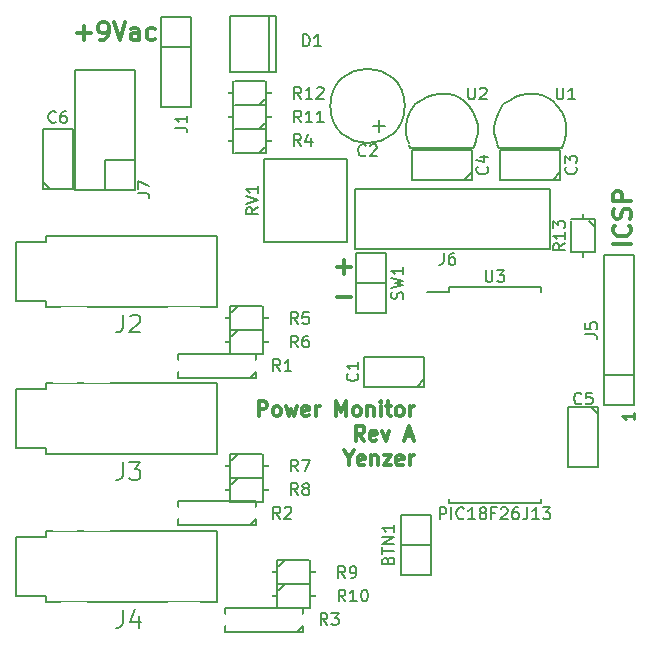
<source format=gto>
%TF.GenerationSoftware,KiCad,Pcbnew,(2015-06-24 BZR 5814, Git a8bffb8)-product*%
%TF.CreationDate,2015-07-05T17:44:44-06:00*%
%TF.JobID,Power Monitor,506F776572204D6F6E69746F722E6B69,rev?*%
%TF.FileFunction,Legend,Top*%
%FSLAX46Y46*%
G04 Gerber Fmt 4.6, Leading zero omitted, Abs format (unit mm)*
G04 Created by KiCad (PCBNEW (2015-06-24 BZR 5814, Git a8bffb8)-product) date 7/5/2015 5:44:44 PM*
%MOMM*%
G01*
G04 APERTURE LIST*
%ADD10C,0.100000*%
%ADD11C,0.254000*%
%ADD12C,0.300000*%
%ADD13C,0.150000*%
%ADD14C,3.000000*%
%ADD15R,1.727200X1.727200*%
%ADD16O,1.727200X1.727200*%
%ADD17R,1.400000X0.800000*%
%ADD18R,0.939800X0.939800*%
%ADD19C,0.939800*%
%ADD20C,1.397000*%
%ADD21C,1.600000*%
%ADD22R,2.200000X2.100000*%
%ADD23R,2.700000X2.100000*%
%ADD24R,2.000000X2.100000*%
%ADD25R,2.600000X2.700000*%
%ADD26C,1.501140*%
%ADD27R,2.032000X1.727200*%
%ADD28O,2.032000X1.727200*%
%ADD29O,0.899160X1.501140*%
%ADD30R,2.032000X2.032000*%
%ADD31O,2.032000X2.032000*%
%ADD32R,2.000000X0.600000*%
G04 APERTURE END LIST*
D10*
D11*
X165305619Y-94959714D02*
X165305619Y-95540285D01*
X165305619Y-95249999D02*
X164289619Y-95249999D01*
X164434762Y-95346761D01*
X164531524Y-95443523D01*
X164579905Y-95540285D01*
D12*
X165016571Y-80700285D02*
X163516571Y-80700285D01*
X164873714Y-79128856D02*
X164945143Y-79200285D01*
X165016571Y-79414571D01*
X165016571Y-79557428D01*
X164945143Y-79771713D01*
X164802286Y-79914571D01*
X164659429Y-79985999D01*
X164373714Y-80057428D01*
X164159429Y-80057428D01*
X163873714Y-79985999D01*
X163730857Y-79914571D01*
X163588000Y-79771713D01*
X163516571Y-79557428D01*
X163516571Y-79414571D01*
X163588000Y-79200285D01*
X163659429Y-79128856D01*
X164945143Y-78557428D02*
X165016571Y-78343142D01*
X165016571Y-77985999D01*
X164945143Y-77843142D01*
X164873714Y-77771713D01*
X164730857Y-77700285D01*
X164588000Y-77700285D01*
X164445143Y-77771713D01*
X164373714Y-77843142D01*
X164302286Y-77985999D01*
X164230857Y-78271713D01*
X164159429Y-78414571D01*
X164088000Y-78485999D01*
X163945143Y-78557428D01*
X163802286Y-78557428D01*
X163659429Y-78485999D01*
X163588000Y-78414571D01*
X163516571Y-78271713D01*
X163516571Y-77914571D01*
X163588000Y-77700285D01*
X165016571Y-77057428D02*
X163516571Y-77057428D01*
X163516571Y-76486000D01*
X163588000Y-76343142D01*
X163659429Y-76271714D01*
X163802286Y-76200285D01*
X164016571Y-76200285D01*
X164159429Y-76271714D01*
X164230857Y-76343142D01*
X164302286Y-76486000D01*
X164302286Y-77057428D01*
X140144572Y-85197143D02*
X141287429Y-85197143D01*
X140144572Y-82657143D02*
X141287429Y-82657143D01*
X140716000Y-83228571D02*
X140716000Y-82085714D01*
X133507238Y-95270524D02*
X133507238Y-94000524D01*
X133991047Y-94000524D01*
X134112000Y-94061000D01*
X134172476Y-94121476D01*
X134232952Y-94242429D01*
X134232952Y-94423857D01*
X134172476Y-94544810D01*
X134112000Y-94605286D01*
X133991047Y-94665762D01*
X133507238Y-94665762D01*
X134958667Y-95270524D02*
X134837714Y-95210048D01*
X134777238Y-95149571D01*
X134716762Y-95028619D01*
X134716762Y-94665762D01*
X134777238Y-94544810D01*
X134837714Y-94484333D01*
X134958667Y-94423857D01*
X135140095Y-94423857D01*
X135261047Y-94484333D01*
X135321524Y-94544810D01*
X135382000Y-94665762D01*
X135382000Y-95028619D01*
X135321524Y-95149571D01*
X135261047Y-95210048D01*
X135140095Y-95270524D01*
X134958667Y-95270524D01*
X135805334Y-94423857D02*
X136047238Y-95270524D01*
X136289143Y-94665762D01*
X136531048Y-95270524D01*
X136772953Y-94423857D01*
X137740571Y-95210048D02*
X137619619Y-95270524D01*
X137377714Y-95270524D01*
X137256762Y-95210048D01*
X137196286Y-95089095D01*
X137196286Y-94605286D01*
X137256762Y-94484333D01*
X137377714Y-94423857D01*
X137619619Y-94423857D01*
X137740571Y-94484333D01*
X137801048Y-94605286D01*
X137801048Y-94726238D01*
X137196286Y-94847190D01*
X138345333Y-95270524D02*
X138345333Y-94423857D01*
X138345333Y-94665762D02*
X138405809Y-94544810D01*
X138466285Y-94484333D01*
X138587238Y-94423857D01*
X138708190Y-94423857D01*
X140099142Y-95270524D02*
X140099142Y-94000524D01*
X140522475Y-94907667D01*
X140945809Y-94000524D01*
X140945809Y-95270524D01*
X141732000Y-95270524D02*
X141611047Y-95210048D01*
X141550571Y-95149571D01*
X141490095Y-95028619D01*
X141490095Y-94665762D01*
X141550571Y-94544810D01*
X141611047Y-94484333D01*
X141732000Y-94423857D01*
X141913428Y-94423857D01*
X142034380Y-94484333D01*
X142094857Y-94544810D01*
X142155333Y-94665762D01*
X142155333Y-95028619D01*
X142094857Y-95149571D01*
X142034380Y-95210048D01*
X141913428Y-95270524D01*
X141732000Y-95270524D01*
X142699619Y-94423857D02*
X142699619Y-95270524D01*
X142699619Y-94544810D02*
X142760095Y-94484333D01*
X142881048Y-94423857D01*
X143062476Y-94423857D01*
X143183428Y-94484333D01*
X143243905Y-94605286D01*
X143243905Y-95270524D01*
X143848667Y-95270524D02*
X143848667Y-94423857D01*
X143848667Y-94000524D02*
X143788191Y-94061000D01*
X143848667Y-94121476D01*
X143909143Y-94061000D01*
X143848667Y-94000524D01*
X143848667Y-94121476D01*
X144272000Y-94423857D02*
X144755810Y-94423857D01*
X144453429Y-94000524D02*
X144453429Y-95089095D01*
X144513905Y-95210048D01*
X144634858Y-95270524D01*
X144755810Y-95270524D01*
X145360572Y-95270524D02*
X145239619Y-95210048D01*
X145179143Y-95149571D01*
X145118667Y-95028619D01*
X145118667Y-94665762D01*
X145179143Y-94544810D01*
X145239619Y-94484333D01*
X145360572Y-94423857D01*
X145542000Y-94423857D01*
X145662952Y-94484333D01*
X145723429Y-94544810D01*
X145783905Y-94665762D01*
X145783905Y-95028619D01*
X145723429Y-95149571D01*
X145662952Y-95210048D01*
X145542000Y-95270524D01*
X145360572Y-95270524D01*
X146328191Y-95270524D02*
X146328191Y-94423857D01*
X146328191Y-94665762D02*
X146388667Y-94544810D01*
X146449143Y-94484333D01*
X146570096Y-94423857D01*
X146691048Y-94423857D01*
X142457715Y-97348524D02*
X142034382Y-96743762D01*
X141732001Y-97348524D02*
X141732001Y-96078524D01*
X142215810Y-96078524D01*
X142336763Y-96139000D01*
X142397239Y-96199476D01*
X142457715Y-96320429D01*
X142457715Y-96501857D01*
X142397239Y-96622810D01*
X142336763Y-96683286D01*
X142215810Y-96743762D01*
X141732001Y-96743762D01*
X143485810Y-97288048D02*
X143364858Y-97348524D01*
X143122953Y-97348524D01*
X143002001Y-97288048D01*
X142941525Y-97167095D01*
X142941525Y-96683286D01*
X143002001Y-96562333D01*
X143122953Y-96501857D01*
X143364858Y-96501857D01*
X143485810Y-96562333D01*
X143546287Y-96683286D01*
X143546287Y-96804238D01*
X142941525Y-96925190D01*
X143969620Y-96501857D02*
X144272001Y-97348524D01*
X144574381Y-96501857D01*
X145965334Y-96985667D02*
X146570096Y-96985667D01*
X145844381Y-97348524D02*
X146267715Y-96078524D01*
X146691048Y-97348524D01*
X141127240Y-98821762D02*
X141127240Y-99426524D01*
X140703906Y-98156524D02*
X141127240Y-98821762D01*
X141550573Y-98156524D01*
X142457715Y-99366048D02*
X142336763Y-99426524D01*
X142094858Y-99426524D01*
X141973906Y-99366048D01*
X141913430Y-99245095D01*
X141913430Y-98761286D01*
X141973906Y-98640333D01*
X142094858Y-98579857D01*
X142336763Y-98579857D01*
X142457715Y-98640333D01*
X142518192Y-98761286D01*
X142518192Y-98882238D01*
X141913430Y-99003190D01*
X143062477Y-98579857D02*
X143062477Y-99426524D01*
X143062477Y-98700810D02*
X143122953Y-98640333D01*
X143243906Y-98579857D01*
X143425334Y-98579857D01*
X143546286Y-98640333D01*
X143606763Y-98761286D01*
X143606763Y-99426524D01*
X144090573Y-98579857D02*
X144755811Y-98579857D01*
X144090573Y-99426524D01*
X144755811Y-99426524D01*
X145723429Y-99366048D02*
X145602477Y-99426524D01*
X145360572Y-99426524D01*
X145239620Y-99366048D01*
X145179144Y-99245095D01*
X145179144Y-98761286D01*
X145239620Y-98640333D01*
X145360572Y-98579857D01*
X145602477Y-98579857D01*
X145723429Y-98640333D01*
X145783906Y-98761286D01*
X145783906Y-98882238D01*
X145179144Y-99003190D01*
X146328191Y-99426524D02*
X146328191Y-98579857D01*
X146328191Y-98821762D02*
X146388667Y-98700810D01*
X146449143Y-98640333D01*
X146570096Y-98579857D01*
X146691048Y-98579857D01*
X118162001Y-62845143D02*
X119304858Y-62845143D01*
X118733429Y-63416571D02*
X118733429Y-62273714D01*
X120090572Y-63416571D02*
X120376287Y-63416571D01*
X120519144Y-63345143D01*
X120590572Y-63273714D01*
X120733430Y-63059429D01*
X120804858Y-62773714D01*
X120804858Y-62202286D01*
X120733430Y-62059429D01*
X120662001Y-61988000D01*
X120519144Y-61916571D01*
X120233430Y-61916571D01*
X120090572Y-61988000D01*
X120019144Y-62059429D01*
X119947715Y-62202286D01*
X119947715Y-62559429D01*
X120019144Y-62702286D01*
X120090572Y-62773714D01*
X120233430Y-62845143D01*
X120519144Y-62845143D01*
X120662001Y-62773714D01*
X120733430Y-62702286D01*
X120804858Y-62559429D01*
X121233429Y-61916571D02*
X121733429Y-63416571D01*
X122233429Y-61916571D01*
X123376286Y-63416571D02*
X123376286Y-62630857D01*
X123304857Y-62488000D01*
X123162000Y-62416571D01*
X122876286Y-62416571D01*
X122733429Y-62488000D01*
X123376286Y-63345143D02*
X123233429Y-63416571D01*
X122876286Y-63416571D01*
X122733429Y-63345143D01*
X122662000Y-63202286D01*
X122662000Y-63059429D01*
X122733429Y-62916571D01*
X122876286Y-62845143D01*
X123233429Y-62845143D01*
X123376286Y-62773714D01*
X124733429Y-63345143D02*
X124590572Y-63416571D01*
X124304858Y-63416571D01*
X124162000Y-63345143D01*
X124090572Y-63273714D01*
X124019143Y-63130857D01*
X124019143Y-62702286D01*
X124090572Y-62559429D01*
X124162000Y-62488000D01*
X124304858Y-62416571D01*
X124590572Y-62416571D01*
X124733429Y-62488000D01*
D13*
X123040000Y-73540000D02*
X123040000Y-65920000D01*
X123040000Y-65920000D02*
X117960000Y-65920000D01*
X117960000Y-65920000D02*
X117960000Y-76080000D01*
X117960000Y-76080000D02*
X120500000Y-76080000D01*
X123040000Y-76080000D02*
X123040000Y-73540000D01*
X120500000Y-76080000D02*
X120500000Y-73540000D01*
X120500000Y-73540000D02*
X123040000Y-73540000D01*
X123040000Y-76080000D02*
X120500000Y-76080000D01*
X134400000Y-61400000D02*
X134400000Y-66150000D01*
X134950000Y-66150000D02*
X131050000Y-66150000D01*
X131050000Y-66150000D02*
X131050000Y-61400000D01*
X131050000Y-61400000D02*
X134950000Y-61400000D01*
X134950000Y-61400000D02*
X134950000Y-66150000D01*
X141700000Y-81100000D02*
X158200000Y-81100000D01*
X158200000Y-81100000D02*
X158200000Y-76000000D01*
X158200000Y-76000000D02*
X141700000Y-76000000D01*
X141700000Y-76000000D02*
X141700000Y-81100000D01*
X137500000Y-80500000D02*
X134000000Y-80500000D01*
X134000000Y-80500000D02*
X134000000Y-73500000D01*
X134000000Y-73500000D02*
X141000000Y-73500000D01*
X141000000Y-73500000D02*
X141000000Y-80500000D01*
X141000000Y-80500000D02*
X137500000Y-80500000D01*
X115500000Y-110500000D02*
X115500000Y-111000000D01*
X115500000Y-105500000D02*
X115500000Y-105000000D01*
X115500000Y-110500000D02*
X113000000Y-110500000D01*
X113000000Y-110500000D02*
X113000000Y-105500000D01*
X113000000Y-105500000D02*
X115500000Y-105500000D01*
X115500000Y-105000000D02*
X130000000Y-105000000D01*
X130000000Y-105000000D02*
X130000000Y-111000000D01*
X130000000Y-111000000D02*
X115500000Y-111000000D01*
X115500000Y-98000000D02*
X115500000Y-98500000D01*
X115500000Y-93000000D02*
X115500000Y-92500000D01*
X115500000Y-98000000D02*
X113000000Y-98000000D01*
X113000000Y-98000000D02*
X113000000Y-93000000D01*
X113000000Y-93000000D02*
X115500000Y-93000000D01*
X115500000Y-92500000D02*
X130000000Y-92500000D01*
X130000000Y-92500000D02*
X130000000Y-98500000D01*
X130000000Y-98500000D02*
X115500000Y-98500000D01*
X115500000Y-85500000D02*
X115500000Y-86000000D01*
X115500000Y-80500000D02*
X115500000Y-80000000D01*
X115500000Y-85500000D02*
X113000000Y-85500000D01*
X113000000Y-85500000D02*
X113000000Y-80500000D01*
X113000000Y-80500000D02*
X115500000Y-80500000D01*
X115500000Y-80000000D02*
X130000000Y-80000000D01*
X130000000Y-80000000D02*
X130000000Y-86000000D01*
X130000000Y-86000000D02*
X115500000Y-86000000D01*
X161000000Y-78095000D02*
X161000000Y-78603000D01*
X161000000Y-81905000D02*
X161000000Y-81397000D01*
X161000000Y-81397000D02*
X162016000Y-81397000D01*
X162016000Y-81270000D02*
X162016000Y-78603000D01*
X162016000Y-78603000D02*
X159984000Y-78603000D01*
X159984000Y-78730000D02*
X159984000Y-81270000D01*
X159984000Y-81397000D02*
X161000000Y-81397000D01*
X161508000Y-78730000D02*
X162016000Y-79238000D01*
X134655000Y-67950000D02*
X134147000Y-67950000D01*
X130845000Y-67950000D02*
X131353000Y-67950000D01*
X131353000Y-67950000D02*
X131353000Y-68966000D01*
X131480000Y-68966000D02*
X134147000Y-68966000D01*
X134147000Y-68966000D02*
X134147000Y-66934000D01*
X134020000Y-66934000D02*
X131480000Y-66934000D01*
X131353000Y-66934000D02*
X131353000Y-67950000D01*
X134020000Y-68458000D02*
X133512000Y-68966000D01*
X134655000Y-69950000D02*
X134147000Y-69950000D01*
X130845000Y-69950000D02*
X131353000Y-69950000D01*
X131353000Y-69950000D02*
X131353000Y-70966000D01*
X131480000Y-70966000D02*
X134147000Y-70966000D01*
X134147000Y-70966000D02*
X134147000Y-68934000D01*
X134020000Y-68934000D02*
X131480000Y-68934000D01*
X131353000Y-68934000D02*
X131353000Y-69950000D01*
X134020000Y-70458000D02*
X133512000Y-70966000D01*
X134595000Y-110500000D02*
X135103000Y-110500000D01*
X138405000Y-110500000D02*
X137897000Y-110500000D01*
X137897000Y-110500000D02*
X137897000Y-109484000D01*
X137770000Y-109484000D02*
X135103000Y-109484000D01*
X135103000Y-109484000D02*
X135103000Y-111516000D01*
X135230000Y-111516000D02*
X137770000Y-111516000D01*
X137897000Y-111516000D02*
X137897000Y-110500000D01*
X135230000Y-109992000D02*
X135738000Y-109484000D01*
X134595000Y-108500000D02*
X135103000Y-108500000D01*
X138405000Y-108500000D02*
X137897000Y-108500000D01*
X137897000Y-108500000D02*
X137897000Y-107484000D01*
X137770000Y-107484000D02*
X135103000Y-107484000D01*
X135103000Y-107484000D02*
X135103000Y-109516000D01*
X135230000Y-109516000D02*
X137770000Y-109516000D01*
X137897000Y-109516000D02*
X137897000Y-108500000D01*
X135230000Y-107992000D02*
X135738000Y-107484000D01*
X130595000Y-101500000D02*
X131103000Y-101500000D01*
X134405000Y-101500000D02*
X133897000Y-101500000D01*
X133897000Y-101500000D02*
X133897000Y-100484000D01*
X133770000Y-100484000D02*
X131103000Y-100484000D01*
X131103000Y-100484000D02*
X131103000Y-102516000D01*
X131230000Y-102516000D02*
X133770000Y-102516000D01*
X133897000Y-102516000D02*
X133897000Y-101500000D01*
X131230000Y-100992000D02*
X131738000Y-100484000D01*
X130595000Y-99500000D02*
X131103000Y-99500000D01*
X134405000Y-99500000D02*
X133897000Y-99500000D01*
X133897000Y-99500000D02*
X133897000Y-98484000D01*
X133770000Y-98484000D02*
X131103000Y-98484000D01*
X131103000Y-98484000D02*
X131103000Y-100516000D01*
X131230000Y-100516000D02*
X133770000Y-100516000D01*
X133897000Y-100516000D02*
X133897000Y-99500000D01*
X131230000Y-98992000D02*
X131738000Y-98484000D01*
X130595000Y-89000000D02*
X131103000Y-89000000D01*
X134405000Y-89000000D02*
X133897000Y-89000000D01*
X133897000Y-89000000D02*
X133897000Y-87984000D01*
X133770000Y-87984000D02*
X131103000Y-87984000D01*
X131103000Y-87984000D02*
X131103000Y-90016000D01*
X131230000Y-90016000D02*
X133770000Y-90016000D01*
X133897000Y-90016000D02*
X133897000Y-89000000D01*
X131230000Y-88492000D02*
X131738000Y-87984000D01*
X130595000Y-87000000D02*
X131103000Y-87000000D01*
X134405000Y-87000000D02*
X133897000Y-87000000D01*
X133897000Y-87000000D02*
X133897000Y-85984000D01*
X133770000Y-85984000D02*
X131103000Y-85984000D01*
X131103000Y-85984000D02*
X131103000Y-88016000D01*
X131230000Y-88016000D02*
X133770000Y-88016000D01*
X133897000Y-88016000D02*
X133897000Y-87000000D01*
X131230000Y-86492000D02*
X131738000Y-85984000D01*
X134655000Y-71950000D02*
X134147000Y-71950000D01*
X130845000Y-71950000D02*
X131353000Y-71950000D01*
X131353000Y-71950000D02*
X131353000Y-72966000D01*
X131480000Y-72966000D02*
X134147000Y-72966000D01*
X134147000Y-72966000D02*
X134147000Y-70934000D01*
X134020000Y-70934000D02*
X131480000Y-70934000D01*
X131353000Y-70934000D02*
X131353000Y-71950000D01*
X134020000Y-72458000D02*
X133512000Y-72966000D01*
X137810000Y-112500000D02*
X137302000Y-112500000D01*
X130190000Y-112500000D02*
X130698000Y-112500000D01*
X130698000Y-112500000D02*
X130698000Y-113516000D01*
X130698000Y-113516000D02*
X137302000Y-113516000D01*
X137302000Y-113516000D02*
X137302000Y-111484000D01*
X137302000Y-111484000D02*
X130698000Y-111484000D01*
X130698000Y-111484000D02*
X130698000Y-112500000D01*
X137302000Y-113008000D02*
X136794000Y-113516000D01*
X133810000Y-103500000D02*
X133302000Y-103500000D01*
X126190000Y-103500000D02*
X126698000Y-103500000D01*
X126698000Y-103500000D02*
X126698000Y-104516000D01*
X126698000Y-104516000D02*
X133302000Y-104516000D01*
X133302000Y-104516000D02*
X133302000Y-102484000D01*
X133302000Y-102484000D02*
X126698000Y-102484000D01*
X126698000Y-102484000D02*
X126698000Y-103500000D01*
X133302000Y-104008000D02*
X132794000Y-104516000D01*
X133810000Y-91000000D02*
X133302000Y-91000000D01*
X126190000Y-91000000D02*
X126698000Y-91000000D01*
X126698000Y-91000000D02*
X126698000Y-92016000D01*
X126698000Y-92016000D02*
X133302000Y-92016000D01*
X133302000Y-92016000D02*
X133302000Y-89984000D01*
X133302000Y-89984000D02*
X126698000Y-89984000D01*
X126698000Y-89984000D02*
X126698000Y-91000000D01*
X133302000Y-91508000D02*
X132794000Y-92016000D01*
X143730760Y-71199640D02*
X143730760Y-70198880D01*
X144231140Y-70699260D02*
X143230380Y-70699260D01*
X145879600Y-69000000D02*
G75*
G03X145879600Y-69000000I-3149600J0D01*
G01*
X125230000Y-64030000D02*
X125230000Y-69110000D01*
X125230000Y-69110000D02*
X127770000Y-69110000D01*
X127770000Y-69110000D02*
X127770000Y-64030000D01*
X127770000Y-61490000D02*
X127770000Y-64030000D01*
X127770000Y-64030000D02*
X125230000Y-64030000D01*
X127770000Y-61490000D02*
X125230000Y-61490000D01*
X125230000Y-61490000D02*
X125230000Y-64030000D01*
X147489200Y-92770000D02*
X142460000Y-92770000D01*
X142460000Y-92770000D02*
X142460000Y-90230000D01*
X142460000Y-90230000D02*
X147540000Y-90230000D01*
X147540000Y-90230000D02*
X147540000Y-92770000D01*
X147540000Y-92135000D02*
X146905000Y-92770000D01*
X158989200Y-75270000D02*
X153960000Y-75270000D01*
X153960000Y-75270000D02*
X153960000Y-72730000D01*
X153960000Y-72730000D02*
X159040000Y-72730000D01*
X159040000Y-72730000D02*
X159040000Y-75270000D01*
X159040000Y-74635000D02*
X158405000Y-75270000D01*
X151489200Y-75270000D02*
X146460000Y-75270000D01*
X146460000Y-75270000D02*
X146460000Y-72730000D01*
X146460000Y-72730000D02*
X151540000Y-72730000D01*
X151540000Y-72730000D02*
X151540000Y-75270000D01*
X151540000Y-74635000D02*
X150905000Y-75270000D01*
X162270000Y-94510800D02*
X162270000Y-99540000D01*
X162270000Y-99540000D02*
X159730000Y-99540000D01*
X159730000Y-99540000D02*
X159730000Y-94460000D01*
X159730000Y-94460000D02*
X162270000Y-94460000D01*
X161635000Y-94460000D02*
X162270000Y-95095000D01*
X115230000Y-75989200D02*
X115230000Y-70960000D01*
X115230000Y-70960000D02*
X117770000Y-70960000D01*
X117770000Y-70960000D02*
X117770000Y-76040000D01*
X117770000Y-76040000D02*
X115230000Y-76040000D01*
X115865000Y-76040000D02*
X115230000Y-75405000D01*
X156500000Y-67952000D02*
X157008000Y-67952000D01*
X157008000Y-67952000D02*
X157516000Y-68079000D01*
X157516000Y-68079000D02*
X158024000Y-68333000D01*
X158024000Y-68333000D02*
X158405000Y-68587000D01*
X158405000Y-68587000D02*
X158786000Y-68968000D01*
X158786000Y-68968000D02*
X159167000Y-69476000D01*
X159167000Y-69476000D02*
X159421000Y-70111000D01*
X159421000Y-70111000D02*
X159548000Y-70619000D01*
X159548000Y-70619000D02*
X159548000Y-71254000D01*
X159548000Y-71254000D02*
X159421000Y-71889000D01*
X159421000Y-71889000D02*
X159294000Y-72270000D01*
X159294000Y-72270000D02*
X159167000Y-72524000D01*
X153706000Y-72143000D02*
X153579000Y-71762000D01*
X153579000Y-71762000D02*
X153452000Y-71254000D01*
X153452000Y-71254000D02*
X153452000Y-70746000D01*
X153452000Y-70746000D02*
X153579000Y-70111000D01*
X153579000Y-70111000D02*
X153833000Y-69476000D01*
X153833000Y-69476000D02*
X154214000Y-68841000D01*
X154214000Y-68841000D02*
X154849000Y-68460000D01*
X154849000Y-68460000D02*
X155230000Y-68206000D01*
X155230000Y-68206000D02*
X155738000Y-68079000D01*
X155738000Y-68079000D02*
X156246000Y-67952000D01*
X156246000Y-67952000D02*
X156500000Y-67952000D01*
X153833000Y-72524000D02*
X153706000Y-72270000D01*
X153833000Y-72524000D02*
X159167000Y-72524000D01*
X149000000Y-67952000D02*
X149508000Y-67952000D01*
X149508000Y-67952000D02*
X150016000Y-68079000D01*
X150016000Y-68079000D02*
X150524000Y-68333000D01*
X150524000Y-68333000D02*
X150905000Y-68587000D01*
X150905000Y-68587000D02*
X151286000Y-68968000D01*
X151286000Y-68968000D02*
X151667000Y-69476000D01*
X151667000Y-69476000D02*
X151921000Y-70111000D01*
X151921000Y-70111000D02*
X152048000Y-70619000D01*
X152048000Y-70619000D02*
X152048000Y-71254000D01*
X152048000Y-71254000D02*
X151921000Y-71889000D01*
X151921000Y-71889000D02*
X151794000Y-72270000D01*
X151794000Y-72270000D02*
X151667000Y-72524000D01*
X146206000Y-72143000D02*
X146079000Y-71762000D01*
X146079000Y-71762000D02*
X145952000Y-71254000D01*
X145952000Y-71254000D02*
X145952000Y-70746000D01*
X145952000Y-70746000D02*
X146079000Y-70111000D01*
X146079000Y-70111000D02*
X146333000Y-69476000D01*
X146333000Y-69476000D02*
X146714000Y-68841000D01*
X146714000Y-68841000D02*
X147349000Y-68460000D01*
X147349000Y-68460000D02*
X147730000Y-68206000D01*
X147730000Y-68206000D02*
X148238000Y-68079000D01*
X148238000Y-68079000D02*
X148746000Y-67952000D01*
X148746000Y-67952000D02*
X149000000Y-67952000D01*
X146333000Y-72524000D02*
X146206000Y-72270000D01*
X146333000Y-72524000D02*
X151667000Y-72524000D01*
X144270000Y-84000000D02*
X141730000Y-84000000D01*
X144270000Y-81460000D02*
X141730000Y-81460000D01*
X141730000Y-81460000D02*
X141730000Y-84000000D01*
X141730000Y-84000000D02*
X141730000Y-86540000D01*
X141730000Y-86540000D02*
X144270000Y-86540000D01*
X144270000Y-86540000D02*
X144270000Y-81460000D01*
X145542000Y-106172000D02*
X148082000Y-106172000D01*
X145542000Y-108712000D02*
X148082000Y-108712000D01*
X148082000Y-108712000D02*
X148082000Y-106172000D01*
X148082000Y-106172000D02*
X148082000Y-103632000D01*
X148082000Y-103632000D02*
X145542000Y-103632000D01*
X145542000Y-103632000D02*
X145542000Y-108712000D01*
X149625000Y-84375000D02*
X149625000Y-84720000D01*
X157375000Y-84375000D02*
X157375000Y-84720000D01*
X157375000Y-102625000D02*
X157375000Y-102280000D01*
X149625000Y-102625000D02*
X149625000Y-102280000D01*
X149625000Y-84375000D02*
X157375000Y-84375000D01*
X149625000Y-102625000D02*
X157375000Y-102625000D01*
X149625000Y-84720000D02*
X147800000Y-84720000D01*
X162730000Y-91810000D02*
X162730000Y-81650000D01*
X162730000Y-81650000D02*
X165270000Y-81650000D01*
X165270000Y-81650000D02*
X165270000Y-91810000D01*
X162730000Y-94350000D02*
X162730000Y-91810000D01*
X162730000Y-91810000D02*
X165270000Y-91810000D01*
X162730000Y-94350000D02*
X165270000Y-94350000D01*
X165270000Y-94350000D02*
X165270000Y-91810000D01*
X123262381Y-76398333D02*
X123976667Y-76398333D01*
X124119524Y-76445953D01*
X124214762Y-76541191D01*
X124262381Y-76684048D01*
X124262381Y-76779286D01*
X123262381Y-76017381D02*
X123262381Y-75350714D01*
X124262381Y-75779286D01*
X137261905Y-63952381D02*
X137261905Y-62952381D01*
X137500000Y-62952381D01*
X137642858Y-63000000D01*
X137738096Y-63095238D01*
X137785715Y-63190476D01*
X137833334Y-63380952D01*
X137833334Y-63523810D01*
X137785715Y-63714286D01*
X137738096Y-63809524D01*
X137642858Y-63904762D01*
X137500000Y-63952381D01*
X137261905Y-63952381D01*
X138785715Y-63952381D02*
X138214286Y-63952381D01*
X138500000Y-63952381D02*
X138500000Y-62952381D01*
X138404762Y-63095238D01*
X138309524Y-63190476D01*
X138214286Y-63238095D01*
X149166667Y-81452381D02*
X149166667Y-82166667D01*
X149119047Y-82309524D01*
X149023809Y-82404762D01*
X148880952Y-82452381D01*
X148785714Y-82452381D01*
X150071429Y-81452381D02*
X149880952Y-81452381D01*
X149785714Y-81500000D01*
X149738095Y-81547619D01*
X149642857Y-81690476D01*
X149595238Y-81880952D01*
X149595238Y-82261905D01*
X149642857Y-82357143D01*
X149690476Y-82404762D01*
X149785714Y-82452381D01*
X149976191Y-82452381D01*
X150071429Y-82404762D01*
X150119048Y-82357143D01*
X150166667Y-82261905D01*
X150166667Y-82023810D01*
X150119048Y-81928571D01*
X150071429Y-81880952D01*
X149976191Y-81833333D01*
X149785714Y-81833333D01*
X149690476Y-81880952D01*
X149642857Y-81928571D01*
X149595238Y-82023810D01*
X133452381Y-77595238D02*
X132976190Y-77928572D01*
X133452381Y-78166667D02*
X132452381Y-78166667D01*
X132452381Y-77785714D01*
X132500000Y-77690476D01*
X132547619Y-77642857D01*
X132642857Y-77595238D01*
X132785714Y-77595238D01*
X132880952Y-77642857D01*
X132928571Y-77690476D01*
X132976190Y-77785714D01*
X132976190Y-78166667D01*
X132452381Y-77309524D02*
X133452381Y-76976191D01*
X132452381Y-76642857D01*
X133452381Y-75785714D02*
X133452381Y-76357143D01*
X133452381Y-76071429D02*
X132452381Y-76071429D01*
X132595238Y-76166667D01*
X132690476Y-76261905D01*
X132738095Y-76357143D01*
X122000000Y-111678571D02*
X122000000Y-112750000D01*
X121928572Y-112964286D01*
X121785715Y-113107143D01*
X121571429Y-113178571D01*
X121428572Y-113178571D01*
X123357143Y-112178571D02*
X123357143Y-113178571D01*
X123000000Y-111607143D02*
X122642857Y-112678571D01*
X123571429Y-112678571D01*
X122000000Y-99178571D02*
X122000000Y-100250000D01*
X121928572Y-100464286D01*
X121785715Y-100607143D01*
X121571429Y-100678571D01*
X121428572Y-100678571D01*
X122571429Y-99178571D02*
X123500000Y-99178571D01*
X123000000Y-99750000D01*
X123214286Y-99750000D01*
X123357143Y-99821429D01*
X123428572Y-99892857D01*
X123500000Y-100035714D01*
X123500000Y-100392857D01*
X123428572Y-100535714D01*
X123357143Y-100607143D01*
X123214286Y-100678571D01*
X122785714Y-100678571D01*
X122642857Y-100607143D01*
X122571429Y-100535714D01*
X122000000Y-86678571D02*
X122000000Y-87750000D01*
X121928572Y-87964286D01*
X121785715Y-88107143D01*
X121571429Y-88178571D01*
X121428572Y-88178571D01*
X122642857Y-86821429D02*
X122714286Y-86750000D01*
X122857143Y-86678571D01*
X123214286Y-86678571D01*
X123357143Y-86750000D01*
X123428572Y-86821429D01*
X123500000Y-86964286D01*
X123500000Y-87107143D01*
X123428572Y-87321429D01*
X122571429Y-88178571D01*
X123500000Y-88178571D01*
X159452381Y-80642857D02*
X158976190Y-80976191D01*
X159452381Y-81214286D02*
X158452381Y-81214286D01*
X158452381Y-80833333D01*
X158500000Y-80738095D01*
X158547619Y-80690476D01*
X158642857Y-80642857D01*
X158785714Y-80642857D01*
X158880952Y-80690476D01*
X158928571Y-80738095D01*
X158976190Y-80833333D01*
X158976190Y-81214286D01*
X159452381Y-79690476D02*
X159452381Y-80261905D01*
X159452381Y-79976191D02*
X158452381Y-79976191D01*
X158595238Y-80071429D01*
X158690476Y-80166667D01*
X158738095Y-80261905D01*
X158452381Y-79357143D02*
X158452381Y-78738095D01*
X158833333Y-79071429D01*
X158833333Y-78928571D01*
X158880952Y-78833333D01*
X158928571Y-78785714D01*
X159023810Y-78738095D01*
X159261905Y-78738095D01*
X159357143Y-78785714D01*
X159404762Y-78833333D01*
X159452381Y-78928571D01*
X159452381Y-79214286D01*
X159404762Y-79309524D01*
X159357143Y-79357143D01*
X137107143Y-68402381D02*
X136773809Y-67926190D01*
X136535714Y-68402381D02*
X136535714Y-67402381D01*
X136916667Y-67402381D01*
X137011905Y-67450000D01*
X137059524Y-67497619D01*
X137107143Y-67592857D01*
X137107143Y-67735714D01*
X137059524Y-67830952D01*
X137011905Y-67878571D01*
X136916667Y-67926190D01*
X136535714Y-67926190D01*
X138059524Y-68402381D02*
X137488095Y-68402381D01*
X137773809Y-68402381D02*
X137773809Y-67402381D01*
X137678571Y-67545238D01*
X137583333Y-67640476D01*
X137488095Y-67688095D01*
X138440476Y-67497619D02*
X138488095Y-67450000D01*
X138583333Y-67402381D01*
X138821429Y-67402381D01*
X138916667Y-67450000D01*
X138964286Y-67497619D01*
X139011905Y-67592857D01*
X139011905Y-67688095D01*
X138964286Y-67830952D01*
X138392857Y-68402381D01*
X139011905Y-68402381D01*
X137107143Y-70402381D02*
X136773809Y-69926190D01*
X136535714Y-70402381D02*
X136535714Y-69402381D01*
X136916667Y-69402381D01*
X137011905Y-69450000D01*
X137059524Y-69497619D01*
X137107143Y-69592857D01*
X137107143Y-69735714D01*
X137059524Y-69830952D01*
X137011905Y-69878571D01*
X136916667Y-69926190D01*
X136535714Y-69926190D01*
X138059524Y-70402381D02*
X137488095Y-70402381D01*
X137773809Y-70402381D02*
X137773809Y-69402381D01*
X137678571Y-69545238D01*
X137583333Y-69640476D01*
X137488095Y-69688095D01*
X139011905Y-70402381D02*
X138440476Y-70402381D01*
X138726190Y-70402381D02*
X138726190Y-69402381D01*
X138630952Y-69545238D01*
X138535714Y-69640476D01*
X138440476Y-69688095D01*
X140857143Y-110952381D02*
X140523809Y-110476190D01*
X140285714Y-110952381D02*
X140285714Y-109952381D01*
X140666667Y-109952381D01*
X140761905Y-110000000D01*
X140809524Y-110047619D01*
X140857143Y-110142857D01*
X140857143Y-110285714D01*
X140809524Y-110380952D01*
X140761905Y-110428571D01*
X140666667Y-110476190D01*
X140285714Y-110476190D01*
X141809524Y-110952381D02*
X141238095Y-110952381D01*
X141523809Y-110952381D02*
X141523809Y-109952381D01*
X141428571Y-110095238D01*
X141333333Y-110190476D01*
X141238095Y-110238095D01*
X142428571Y-109952381D02*
X142523810Y-109952381D01*
X142619048Y-110000000D01*
X142666667Y-110047619D01*
X142714286Y-110142857D01*
X142761905Y-110333333D01*
X142761905Y-110571429D01*
X142714286Y-110761905D01*
X142666667Y-110857143D01*
X142619048Y-110904762D01*
X142523810Y-110952381D01*
X142428571Y-110952381D01*
X142333333Y-110904762D01*
X142285714Y-110857143D01*
X142238095Y-110761905D01*
X142190476Y-110571429D01*
X142190476Y-110333333D01*
X142238095Y-110142857D01*
X142285714Y-110047619D01*
X142333333Y-110000000D01*
X142428571Y-109952381D01*
X140833334Y-108952381D02*
X140500000Y-108476190D01*
X140261905Y-108952381D02*
X140261905Y-107952381D01*
X140642858Y-107952381D01*
X140738096Y-108000000D01*
X140785715Y-108047619D01*
X140833334Y-108142857D01*
X140833334Y-108285714D01*
X140785715Y-108380952D01*
X140738096Y-108428571D01*
X140642858Y-108476190D01*
X140261905Y-108476190D01*
X141309524Y-108952381D02*
X141500000Y-108952381D01*
X141595239Y-108904762D01*
X141642858Y-108857143D01*
X141738096Y-108714286D01*
X141785715Y-108523810D01*
X141785715Y-108142857D01*
X141738096Y-108047619D01*
X141690477Y-108000000D01*
X141595239Y-107952381D01*
X141404762Y-107952381D01*
X141309524Y-108000000D01*
X141261905Y-108047619D01*
X141214286Y-108142857D01*
X141214286Y-108380952D01*
X141261905Y-108476190D01*
X141309524Y-108523810D01*
X141404762Y-108571429D01*
X141595239Y-108571429D01*
X141690477Y-108523810D01*
X141738096Y-108476190D01*
X141785715Y-108380952D01*
X136833334Y-101952381D02*
X136500000Y-101476190D01*
X136261905Y-101952381D02*
X136261905Y-100952381D01*
X136642858Y-100952381D01*
X136738096Y-101000000D01*
X136785715Y-101047619D01*
X136833334Y-101142857D01*
X136833334Y-101285714D01*
X136785715Y-101380952D01*
X136738096Y-101428571D01*
X136642858Y-101476190D01*
X136261905Y-101476190D01*
X137404762Y-101380952D02*
X137309524Y-101333333D01*
X137261905Y-101285714D01*
X137214286Y-101190476D01*
X137214286Y-101142857D01*
X137261905Y-101047619D01*
X137309524Y-101000000D01*
X137404762Y-100952381D01*
X137595239Y-100952381D01*
X137690477Y-101000000D01*
X137738096Y-101047619D01*
X137785715Y-101142857D01*
X137785715Y-101190476D01*
X137738096Y-101285714D01*
X137690477Y-101333333D01*
X137595239Y-101380952D01*
X137404762Y-101380952D01*
X137309524Y-101428571D01*
X137261905Y-101476190D01*
X137214286Y-101571429D01*
X137214286Y-101761905D01*
X137261905Y-101857143D01*
X137309524Y-101904762D01*
X137404762Y-101952381D01*
X137595239Y-101952381D01*
X137690477Y-101904762D01*
X137738096Y-101857143D01*
X137785715Y-101761905D01*
X137785715Y-101571429D01*
X137738096Y-101476190D01*
X137690477Y-101428571D01*
X137595239Y-101380952D01*
X136833334Y-99952381D02*
X136500000Y-99476190D01*
X136261905Y-99952381D02*
X136261905Y-98952381D01*
X136642858Y-98952381D01*
X136738096Y-99000000D01*
X136785715Y-99047619D01*
X136833334Y-99142857D01*
X136833334Y-99285714D01*
X136785715Y-99380952D01*
X136738096Y-99428571D01*
X136642858Y-99476190D01*
X136261905Y-99476190D01*
X137166667Y-98952381D02*
X137833334Y-98952381D01*
X137404762Y-99952381D01*
X136833334Y-89452381D02*
X136500000Y-88976190D01*
X136261905Y-89452381D02*
X136261905Y-88452381D01*
X136642858Y-88452381D01*
X136738096Y-88500000D01*
X136785715Y-88547619D01*
X136833334Y-88642857D01*
X136833334Y-88785714D01*
X136785715Y-88880952D01*
X136738096Y-88928571D01*
X136642858Y-88976190D01*
X136261905Y-88976190D01*
X137690477Y-88452381D02*
X137500000Y-88452381D01*
X137404762Y-88500000D01*
X137357143Y-88547619D01*
X137261905Y-88690476D01*
X137214286Y-88880952D01*
X137214286Y-89261905D01*
X137261905Y-89357143D01*
X137309524Y-89404762D01*
X137404762Y-89452381D01*
X137595239Y-89452381D01*
X137690477Y-89404762D01*
X137738096Y-89357143D01*
X137785715Y-89261905D01*
X137785715Y-89023810D01*
X137738096Y-88928571D01*
X137690477Y-88880952D01*
X137595239Y-88833333D01*
X137404762Y-88833333D01*
X137309524Y-88880952D01*
X137261905Y-88928571D01*
X137214286Y-89023810D01*
X136833334Y-87452381D02*
X136500000Y-86976190D01*
X136261905Y-87452381D02*
X136261905Y-86452381D01*
X136642858Y-86452381D01*
X136738096Y-86500000D01*
X136785715Y-86547619D01*
X136833334Y-86642857D01*
X136833334Y-86785714D01*
X136785715Y-86880952D01*
X136738096Y-86928571D01*
X136642858Y-86976190D01*
X136261905Y-86976190D01*
X137738096Y-86452381D02*
X137261905Y-86452381D01*
X137214286Y-86928571D01*
X137261905Y-86880952D01*
X137357143Y-86833333D01*
X137595239Y-86833333D01*
X137690477Y-86880952D01*
X137738096Y-86928571D01*
X137785715Y-87023810D01*
X137785715Y-87261905D01*
X137738096Y-87357143D01*
X137690477Y-87404762D01*
X137595239Y-87452381D01*
X137357143Y-87452381D01*
X137261905Y-87404762D01*
X137214286Y-87357143D01*
X137083334Y-72402381D02*
X136750000Y-71926190D01*
X136511905Y-72402381D02*
X136511905Y-71402381D01*
X136892858Y-71402381D01*
X136988096Y-71450000D01*
X137035715Y-71497619D01*
X137083334Y-71592857D01*
X137083334Y-71735714D01*
X137035715Y-71830952D01*
X136988096Y-71878571D01*
X136892858Y-71926190D01*
X136511905Y-71926190D01*
X137940477Y-71735714D02*
X137940477Y-72402381D01*
X137702381Y-71354762D02*
X137464286Y-72069048D01*
X138083334Y-72069048D01*
X139333334Y-112952381D02*
X139000000Y-112476190D01*
X138761905Y-112952381D02*
X138761905Y-111952381D01*
X139142858Y-111952381D01*
X139238096Y-112000000D01*
X139285715Y-112047619D01*
X139333334Y-112142857D01*
X139333334Y-112285714D01*
X139285715Y-112380952D01*
X139238096Y-112428571D01*
X139142858Y-112476190D01*
X138761905Y-112476190D01*
X139666667Y-111952381D02*
X140285715Y-111952381D01*
X139952381Y-112333333D01*
X140095239Y-112333333D01*
X140190477Y-112380952D01*
X140238096Y-112428571D01*
X140285715Y-112523810D01*
X140285715Y-112761905D01*
X140238096Y-112857143D01*
X140190477Y-112904762D01*
X140095239Y-112952381D01*
X139809524Y-112952381D01*
X139714286Y-112904762D01*
X139666667Y-112857143D01*
X135333334Y-103952381D02*
X135000000Y-103476190D01*
X134761905Y-103952381D02*
X134761905Y-102952381D01*
X135142858Y-102952381D01*
X135238096Y-103000000D01*
X135285715Y-103047619D01*
X135333334Y-103142857D01*
X135333334Y-103285714D01*
X135285715Y-103380952D01*
X135238096Y-103428571D01*
X135142858Y-103476190D01*
X134761905Y-103476190D01*
X135714286Y-103047619D02*
X135761905Y-103000000D01*
X135857143Y-102952381D01*
X136095239Y-102952381D01*
X136190477Y-103000000D01*
X136238096Y-103047619D01*
X136285715Y-103142857D01*
X136285715Y-103238095D01*
X136238096Y-103380952D01*
X135666667Y-103952381D01*
X136285715Y-103952381D01*
X135333334Y-91452381D02*
X135000000Y-90976190D01*
X134761905Y-91452381D02*
X134761905Y-90452381D01*
X135142858Y-90452381D01*
X135238096Y-90500000D01*
X135285715Y-90547619D01*
X135333334Y-90642857D01*
X135333334Y-90785714D01*
X135285715Y-90880952D01*
X135238096Y-90928571D01*
X135142858Y-90976190D01*
X134761905Y-90976190D01*
X136285715Y-91452381D02*
X135714286Y-91452381D01*
X136000000Y-91452381D02*
X136000000Y-90452381D01*
X135904762Y-90595238D01*
X135809524Y-90690476D01*
X135714286Y-90738095D01*
X142563334Y-73167143D02*
X142515715Y-73214762D01*
X142372858Y-73262381D01*
X142277620Y-73262381D01*
X142134762Y-73214762D01*
X142039524Y-73119524D01*
X141991905Y-73024286D01*
X141944286Y-72833810D01*
X141944286Y-72690952D01*
X141991905Y-72500476D01*
X142039524Y-72405238D01*
X142134762Y-72310000D01*
X142277620Y-72262381D01*
X142372858Y-72262381D01*
X142515715Y-72310000D01*
X142563334Y-72357619D01*
X142944286Y-72357619D02*
X142991905Y-72310000D01*
X143087143Y-72262381D01*
X143325239Y-72262381D01*
X143420477Y-72310000D01*
X143468096Y-72357619D01*
X143515715Y-72452857D01*
X143515715Y-72548095D01*
X143468096Y-72690952D01*
X142896667Y-73262381D01*
X143515715Y-73262381D01*
X126452381Y-70833333D02*
X127166667Y-70833333D01*
X127309524Y-70880953D01*
X127404762Y-70976191D01*
X127452381Y-71119048D01*
X127452381Y-71214286D01*
X127452381Y-69833333D02*
X127452381Y-70404762D01*
X127452381Y-70119048D02*
X126452381Y-70119048D01*
X126595238Y-70214286D01*
X126690476Y-70309524D01*
X126738095Y-70404762D01*
X141857143Y-91666666D02*
X141904762Y-91714285D01*
X141952381Y-91857142D01*
X141952381Y-91952380D01*
X141904762Y-92095238D01*
X141809524Y-92190476D01*
X141714286Y-92238095D01*
X141523810Y-92285714D01*
X141380952Y-92285714D01*
X141190476Y-92238095D01*
X141095238Y-92190476D01*
X141000000Y-92095238D01*
X140952381Y-91952380D01*
X140952381Y-91857142D01*
X141000000Y-91714285D01*
X141047619Y-91666666D01*
X141952381Y-90714285D02*
X141952381Y-91285714D01*
X141952381Y-91000000D02*
X140952381Y-91000000D01*
X141095238Y-91095238D01*
X141190476Y-91190476D01*
X141238095Y-91285714D01*
X160357143Y-74166666D02*
X160404762Y-74214285D01*
X160452381Y-74357142D01*
X160452381Y-74452380D01*
X160404762Y-74595238D01*
X160309524Y-74690476D01*
X160214286Y-74738095D01*
X160023810Y-74785714D01*
X159880952Y-74785714D01*
X159690476Y-74738095D01*
X159595238Y-74690476D01*
X159500000Y-74595238D01*
X159452381Y-74452380D01*
X159452381Y-74357142D01*
X159500000Y-74214285D01*
X159547619Y-74166666D01*
X159452381Y-73833333D02*
X159452381Y-73214285D01*
X159833333Y-73547619D01*
X159833333Y-73404761D01*
X159880952Y-73309523D01*
X159928571Y-73261904D01*
X160023810Y-73214285D01*
X160261905Y-73214285D01*
X160357143Y-73261904D01*
X160404762Y-73309523D01*
X160452381Y-73404761D01*
X160452381Y-73690476D01*
X160404762Y-73785714D01*
X160357143Y-73833333D01*
X152857143Y-74166666D02*
X152904762Y-74214285D01*
X152952381Y-74357142D01*
X152952381Y-74452380D01*
X152904762Y-74595238D01*
X152809524Y-74690476D01*
X152714286Y-74738095D01*
X152523810Y-74785714D01*
X152380952Y-74785714D01*
X152190476Y-74738095D01*
X152095238Y-74690476D01*
X152000000Y-74595238D01*
X151952381Y-74452380D01*
X151952381Y-74357142D01*
X152000000Y-74214285D01*
X152047619Y-74166666D01*
X152285714Y-73309523D02*
X152952381Y-73309523D01*
X151904762Y-73547619D02*
X152619048Y-73785714D01*
X152619048Y-73166666D01*
X160833334Y-94182143D02*
X160785715Y-94229762D01*
X160642858Y-94277381D01*
X160547620Y-94277381D01*
X160404762Y-94229762D01*
X160309524Y-94134524D01*
X160261905Y-94039286D01*
X160214286Y-93848810D01*
X160214286Y-93705952D01*
X160261905Y-93515476D01*
X160309524Y-93420238D01*
X160404762Y-93325000D01*
X160547620Y-93277381D01*
X160642858Y-93277381D01*
X160785715Y-93325000D01*
X160833334Y-93372619D01*
X161738096Y-93277381D02*
X161261905Y-93277381D01*
X161214286Y-93753571D01*
X161261905Y-93705952D01*
X161357143Y-93658333D01*
X161595239Y-93658333D01*
X161690477Y-93705952D01*
X161738096Y-93753571D01*
X161785715Y-93848810D01*
X161785715Y-94086905D01*
X161738096Y-94182143D01*
X161690477Y-94229762D01*
X161595239Y-94277381D01*
X161357143Y-94277381D01*
X161261905Y-94229762D01*
X161214286Y-94182143D01*
X116333334Y-70357143D02*
X116285715Y-70404762D01*
X116142858Y-70452381D01*
X116047620Y-70452381D01*
X115904762Y-70404762D01*
X115809524Y-70309524D01*
X115761905Y-70214286D01*
X115714286Y-70023810D01*
X115714286Y-69880952D01*
X115761905Y-69690476D01*
X115809524Y-69595238D01*
X115904762Y-69500000D01*
X116047620Y-69452381D01*
X116142858Y-69452381D01*
X116285715Y-69500000D01*
X116333334Y-69547619D01*
X117190477Y-69452381D02*
X117000000Y-69452381D01*
X116904762Y-69500000D01*
X116857143Y-69547619D01*
X116761905Y-69690476D01*
X116714286Y-69880952D01*
X116714286Y-70261905D01*
X116761905Y-70357143D01*
X116809524Y-70404762D01*
X116904762Y-70452381D01*
X117095239Y-70452381D01*
X117190477Y-70404762D01*
X117238096Y-70357143D01*
X117285715Y-70261905D01*
X117285715Y-70023810D01*
X117238096Y-69928571D01*
X117190477Y-69880952D01*
X117095239Y-69833333D01*
X116904762Y-69833333D01*
X116809524Y-69880952D01*
X116761905Y-69928571D01*
X116714286Y-70023810D01*
X158738095Y-67452381D02*
X158738095Y-68261905D01*
X158785714Y-68357143D01*
X158833333Y-68404762D01*
X158928571Y-68452381D01*
X159119048Y-68452381D01*
X159214286Y-68404762D01*
X159261905Y-68357143D01*
X159309524Y-68261905D01*
X159309524Y-67452381D01*
X160309524Y-68452381D02*
X159738095Y-68452381D01*
X160023809Y-68452381D02*
X160023809Y-67452381D01*
X159928571Y-67595238D01*
X159833333Y-67690476D01*
X159738095Y-67738095D01*
X151238095Y-67452381D02*
X151238095Y-68261905D01*
X151285714Y-68357143D01*
X151333333Y-68404762D01*
X151428571Y-68452381D01*
X151619048Y-68452381D01*
X151714286Y-68404762D01*
X151761905Y-68357143D01*
X151809524Y-68261905D01*
X151809524Y-67452381D01*
X152238095Y-67547619D02*
X152285714Y-67500000D01*
X152380952Y-67452381D01*
X152619048Y-67452381D01*
X152714286Y-67500000D01*
X152761905Y-67547619D01*
X152809524Y-67642857D01*
X152809524Y-67738095D01*
X152761905Y-67880952D01*
X152190476Y-68452381D01*
X152809524Y-68452381D01*
X145690762Y-85333333D02*
X145738381Y-85190476D01*
X145738381Y-84952380D01*
X145690762Y-84857142D01*
X145643143Y-84809523D01*
X145547905Y-84761904D01*
X145452667Y-84761904D01*
X145357429Y-84809523D01*
X145309810Y-84857142D01*
X145262190Y-84952380D01*
X145214571Y-85142857D01*
X145166952Y-85238095D01*
X145119333Y-85285714D01*
X145024095Y-85333333D01*
X144928857Y-85333333D01*
X144833619Y-85285714D01*
X144786000Y-85238095D01*
X144738381Y-85142857D01*
X144738381Y-84904761D01*
X144786000Y-84761904D01*
X144738381Y-84428571D02*
X145738381Y-84190476D01*
X145024095Y-83999999D01*
X145738381Y-83809523D01*
X144738381Y-83571428D01*
X145738381Y-82666666D02*
X145738381Y-83238095D01*
X145738381Y-82952381D02*
X144738381Y-82952381D01*
X144881238Y-83047619D01*
X144976476Y-83142857D01*
X145024095Y-83238095D01*
X144454571Y-107481523D02*
X144502190Y-107338666D01*
X144549810Y-107291047D01*
X144645048Y-107243428D01*
X144787905Y-107243428D01*
X144883143Y-107291047D01*
X144930762Y-107338666D01*
X144978381Y-107433904D01*
X144978381Y-107814857D01*
X143978381Y-107814857D01*
X143978381Y-107481523D01*
X144026000Y-107386285D01*
X144073619Y-107338666D01*
X144168857Y-107291047D01*
X144264095Y-107291047D01*
X144359333Y-107338666D01*
X144406952Y-107386285D01*
X144454571Y-107481523D01*
X144454571Y-107814857D01*
X143978381Y-106957714D02*
X143978381Y-106386285D01*
X144978381Y-106672000D02*
X143978381Y-106672000D01*
X144978381Y-106052952D02*
X143978381Y-106052952D01*
X144978381Y-105481523D01*
X143978381Y-105481523D01*
X144978381Y-104481523D02*
X144978381Y-105052952D01*
X144978381Y-104767238D02*
X143978381Y-104767238D01*
X144121238Y-104862476D01*
X144216476Y-104957714D01*
X144264095Y-105052952D01*
X152738095Y-82902381D02*
X152738095Y-83711905D01*
X152785714Y-83807143D01*
X152833333Y-83854762D01*
X152928571Y-83902381D01*
X153119048Y-83902381D01*
X153214286Y-83854762D01*
X153261905Y-83807143D01*
X153309524Y-83711905D01*
X153309524Y-82902381D01*
X153690476Y-82902381D02*
X154309524Y-82902381D01*
X153976190Y-83283333D01*
X154119048Y-83283333D01*
X154214286Y-83330952D01*
X154261905Y-83378571D01*
X154309524Y-83473810D01*
X154309524Y-83711905D01*
X154261905Y-83807143D01*
X154214286Y-83854762D01*
X154119048Y-83902381D01*
X153833333Y-83902381D01*
X153738095Y-83854762D01*
X153690476Y-83807143D01*
X148833333Y-104002381D02*
X148833333Y-103002381D01*
X149214286Y-103002381D01*
X149309524Y-103050000D01*
X149357143Y-103097619D01*
X149404762Y-103192857D01*
X149404762Y-103335714D01*
X149357143Y-103430952D01*
X149309524Y-103478571D01*
X149214286Y-103526190D01*
X148833333Y-103526190D01*
X149833333Y-104002381D02*
X149833333Y-103002381D01*
X150880952Y-103907143D02*
X150833333Y-103954762D01*
X150690476Y-104002381D01*
X150595238Y-104002381D01*
X150452380Y-103954762D01*
X150357142Y-103859524D01*
X150309523Y-103764286D01*
X150261904Y-103573810D01*
X150261904Y-103430952D01*
X150309523Y-103240476D01*
X150357142Y-103145238D01*
X150452380Y-103050000D01*
X150595238Y-103002381D01*
X150690476Y-103002381D01*
X150833333Y-103050000D01*
X150880952Y-103097619D01*
X151833333Y-104002381D02*
X151261904Y-104002381D01*
X151547618Y-104002381D02*
X151547618Y-103002381D01*
X151452380Y-103145238D01*
X151357142Y-103240476D01*
X151261904Y-103288095D01*
X152404761Y-103430952D02*
X152309523Y-103383333D01*
X152261904Y-103335714D01*
X152214285Y-103240476D01*
X152214285Y-103192857D01*
X152261904Y-103097619D01*
X152309523Y-103050000D01*
X152404761Y-103002381D01*
X152595238Y-103002381D01*
X152690476Y-103050000D01*
X152738095Y-103097619D01*
X152785714Y-103192857D01*
X152785714Y-103240476D01*
X152738095Y-103335714D01*
X152690476Y-103383333D01*
X152595238Y-103430952D01*
X152404761Y-103430952D01*
X152309523Y-103478571D01*
X152261904Y-103526190D01*
X152214285Y-103621429D01*
X152214285Y-103811905D01*
X152261904Y-103907143D01*
X152309523Y-103954762D01*
X152404761Y-104002381D01*
X152595238Y-104002381D01*
X152690476Y-103954762D01*
X152738095Y-103907143D01*
X152785714Y-103811905D01*
X152785714Y-103621429D01*
X152738095Y-103526190D01*
X152690476Y-103478571D01*
X152595238Y-103430952D01*
X153547619Y-103478571D02*
X153214285Y-103478571D01*
X153214285Y-104002381D02*
X153214285Y-103002381D01*
X153690476Y-103002381D01*
X154023809Y-103097619D02*
X154071428Y-103050000D01*
X154166666Y-103002381D01*
X154404762Y-103002381D01*
X154500000Y-103050000D01*
X154547619Y-103097619D01*
X154595238Y-103192857D01*
X154595238Y-103288095D01*
X154547619Y-103430952D01*
X153976190Y-104002381D01*
X154595238Y-104002381D01*
X155452381Y-103002381D02*
X155261904Y-103002381D01*
X155166666Y-103050000D01*
X155119047Y-103097619D01*
X155023809Y-103240476D01*
X154976190Y-103430952D01*
X154976190Y-103811905D01*
X155023809Y-103907143D01*
X155071428Y-103954762D01*
X155166666Y-104002381D01*
X155357143Y-104002381D01*
X155452381Y-103954762D01*
X155500000Y-103907143D01*
X155547619Y-103811905D01*
X155547619Y-103573810D01*
X155500000Y-103478571D01*
X155452381Y-103430952D01*
X155357143Y-103383333D01*
X155166666Y-103383333D01*
X155071428Y-103430952D01*
X155023809Y-103478571D01*
X154976190Y-103573810D01*
X156261905Y-103002381D02*
X156261905Y-103716667D01*
X156214285Y-103859524D01*
X156119047Y-103954762D01*
X155976190Y-104002381D01*
X155880952Y-104002381D01*
X157261905Y-104002381D02*
X156690476Y-104002381D01*
X156976190Y-104002381D02*
X156976190Y-103002381D01*
X156880952Y-103145238D01*
X156785714Y-103240476D01*
X156690476Y-103288095D01*
X157595238Y-103002381D02*
X158214286Y-103002381D01*
X157880952Y-103383333D01*
X158023810Y-103383333D01*
X158119048Y-103430952D01*
X158166667Y-103478571D01*
X158214286Y-103573810D01*
X158214286Y-103811905D01*
X158166667Y-103907143D01*
X158119048Y-103954762D01*
X158023810Y-104002381D01*
X157738095Y-104002381D01*
X157642857Y-103954762D01*
X157595238Y-103907143D01*
X161166381Y-88333333D02*
X161880667Y-88333333D01*
X162023524Y-88380953D01*
X162118762Y-88476191D01*
X162166381Y-88619048D01*
X162166381Y-88714286D01*
X161166381Y-87380952D02*
X161166381Y-87857143D01*
X161642571Y-87904762D01*
X161594952Y-87857143D01*
X161547333Y-87761905D01*
X161547333Y-87523809D01*
X161594952Y-87428571D01*
X161642571Y-87380952D01*
X161737810Y-87333333D01*
X161975905Y-87333333D01*
X162071143Y-87380952D01*
X162118762Y-87428571D01*
X162166381Y-87523809D01*
X162166381Y-87761905D01*
X162118762Y-87857143D01*
X162071143Y-87904762D01*
%LPC*%
D14*
X143750000Y-62500000D03*
X143750000Y-112500000D03*
X162750000Y-102500000D03*
D15*
X121770000Y-74810000D03*
D16*
X119230000Y-74810000D03*
X121770000Y-72270000D03*
X119230000Y-72270000D03*
X121770000Y-69730000D03*
X119230000Y-69730000D03*
X121770000Y-67190000D03*
X119230000Y-67190000D03*
D17*
X130150000Y-64970000D03*
X135850000Y-64970000D03*
X135850000Y-62430000D03*
X130150000Y-62430000D03*
D18*
X154500000Y-78000000D03*
D19*
X154500000Y-79270000D03*
X153230000Y-78000000D03*
X153230000Y-79270000D03*
X151960000Y-78000000D03*
X151960000Y-79270000D03*
X150690000Y-78000000D03*
X150690000Y-79270000D03*
X149420000Y-78000000D03*
X149420000Y-79270000D03*
X148150000Y-78000000D03*
X148150000Y-79270000D03*
X146880000Y-78000000D03*
X146880000Y-79270000D03*
X145610000Y-78000000D03*
X145610000Y-79270000D03*
D20*
X137500000Y-79500000D03*
X135000000Y-77000000D03*
X137500000Y-74500000D03*
D21*
X126000000Y-108000000D03*
D22*
X117900000Y-112050000D03*
X119800000Y-103950000D03*
D23*
X127200000Y-112050000D03*
D24*
X117100000Y-103950000D03*
D25*
X131300000Y-107400000D03*
D21*
X119000000Y-108000000D03*
X126000000Y-95500000D03*
D22*
X117900000Y-99550000D03*
X119800000Y-91450000D03*
D23*
X127200000Y-99550000D03*
D24*
X117100000Y-91450000D03*
D25*
X131300000Y-94900000D03*
D21*
X119000000Y-95500000D03*
X126000000Y-83000000D03*
D22*
X117900000Y-87050000D03*
X119800000Y-78950000D03*
D23*
X127200000Y-87050000D03*
D24*
X117100000Y-78950000D03*
D25*
X131300000Y-82400000D03*
D21*
X119000000Y-83000000D03*
D20*
X161000000Y-77460000D03*
X161000000Y-82540000D03*
X135290000Y-67950000D03*
X130210000Y-67950000D03*
X135290000Y-69950000D03*
X130210000Y-69950000D03*
X133960000Y-110500000D03*
X139040000Y-110500000D03*
X133960000Y-108500000D03*
X139040000Y-108500000D03*
X129960000Y-101500000D03*
X135040000Y-101500000D03*
X129960000Y-99500000D03*
X135040000Y-99500000D03*
X129960000Y-89000000D03*
X135040000Y-89000000D03*
X129960000Y-87000000D03*
X135040000Y-87000000D03*
X135290000Y-71950000D03*
X130210000Y-71950000D03*
X137810000Y-112500000D03*
X130190000Y-112500000D03*
X133810000Y-103500000D03*
X126190000Y-103500000D03*
X133810000Y-91000000D03*
X126190000Y-91000000D03*
D26*
X141460000Y-69000000D03*
X144000000Y-69000000D03*
D27*
X126500000Y-62760000D03*
D28*
X126500000Y-65300000D03*
X126500000Y-67840000D03*
D26*
X146270000Y-91500000D03*
X143730000Y-91500000D03*
X157770000Y-74000000D03*
X155230000Y-74000000D03*
X150270000Y-74000000D03*
X147730000Y-74000000D03*
X161000000Y-95730000D03*
X161000000Y-98270000D03*
X116500000Y-74770000D03*
X116500000Y-72230000D03*
D29*
X156500000Y-71000000D03*
X157770000Y-71000000D03*
X155230000Y-71000000D03*
X149000000Y-71000000D03*
X150270000Y-71000000D03*
X147730000Y-71000000D03*
D30*
X143000000Y-82730000D03*
D31*
X143000000Y-85270000D03*
D30*
X146812000Y-107442000D03*
D31*
X146812000Y-104902000D03*
D32*
X148800000Y-85245000D03*
X148800000Y-86515000D03*
X148800000Y-87785000D03*
X148800000Y-89055000D03*
X148800000Y-90325000D03*
X148800000Y-91595000D03*
X148800000Y-92865000D03*
X148800000Y-94135000D03*
X148800000Y-95405000D03*
X148800000Y-96675000D03*
X148800000Y-97945000D03*
X148800000Y-99215000D03*
X148800000Y-100485000D03*
X148800000Y-101755000D03*
X158200000Y-101755000D03*
X158200000Y-100485000D03*
X158200000Y-99215000D03*
X158200000Y-97945000D03*
X158200000Y-96675000D03*
X158200000Y-95405000D03*
X158200000Y-94135000D03*
X158200000Y-92865000D03*
X158200000Y-91595000D03*
X158200000Y-90325000D03*
X158200000Y-89055000D03*
X158200000Y-87785000D03*
X158200000Y-86515000D03*
X158200000Y-85245000D03*
D27*
X164000000Y-93080000D03*
D28*
X164000000Y-90540000D03*
X164000000Y-88000000D03*
X164000000Y-85460000D03*
X164000000Y-82920000D03*
D14*
X162750000Y-72500000D03*
M02*

</source>
